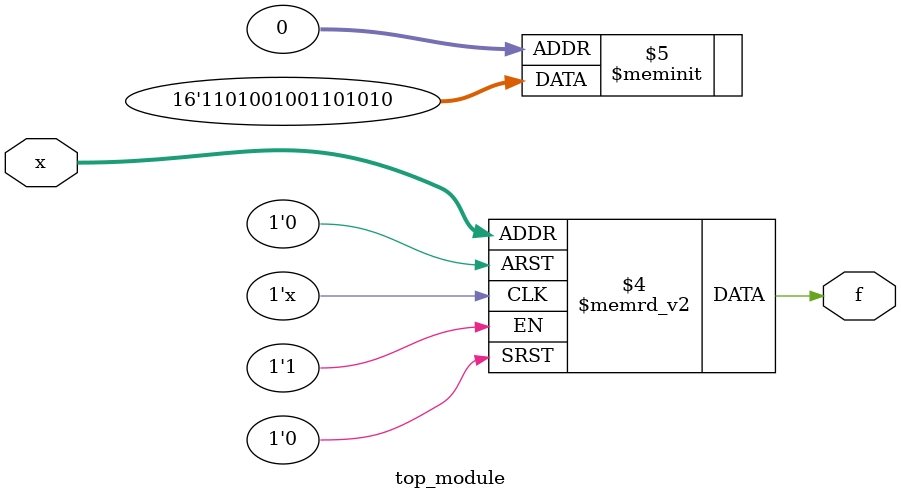
<source format=sv>
module top_module (
    input [4:1] x,
    output logic f
);


always_comb begin
    case (x)
        // x[3]x[4]   00 01 11 10
        4'b0000, 4'b0010, 4'b0100, 4'b0111: f = 0;
        4'b0001, 4'b0011, 4'b0101, 4'b0110, 4'b1001: f = 1;
        4'b1100, 4'b1110, 4'b1111: f = 1; // For don't-care values
        default: f = 0;
    endcase
end


endmodule

</source>
